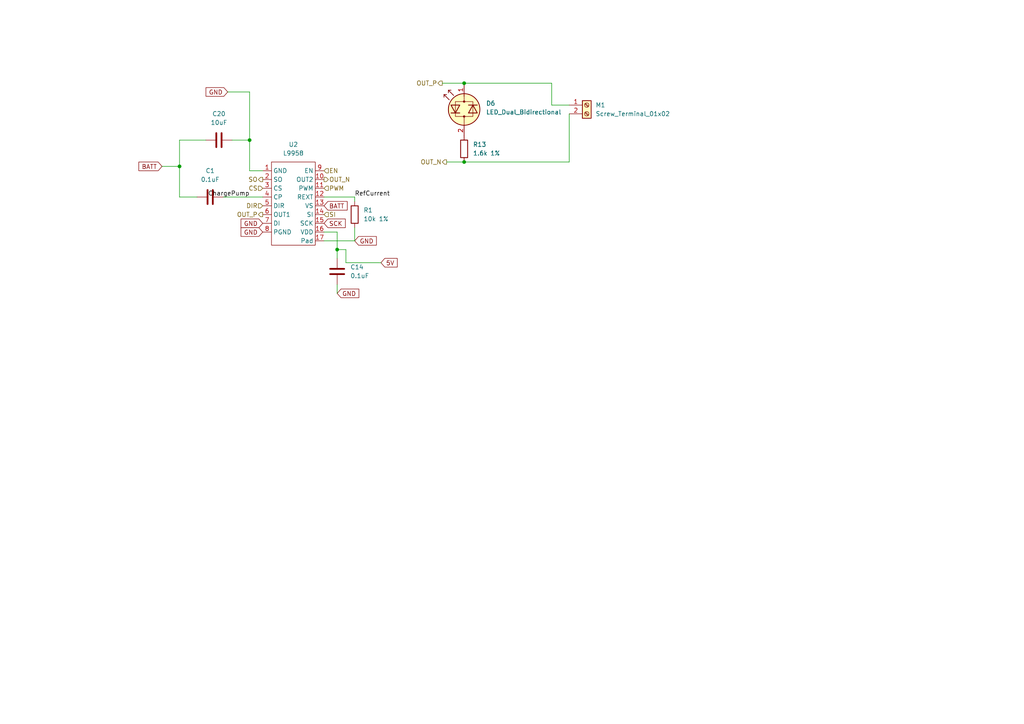
<source format=kicad_sch>
(kicad_sch (version 20211123) (generator eeschema)
  (paper "A4")
  (lib_symbols
    (symbol "Connector:Screw_Terminal_01x02" (pin_names (offset 1.016) hide)
      (property "Reference" "J" (at 0 2.54 0))
      (property "Value" "Screw_Terminal_01x02" (at 0 -5.08 0))
      (symbol "Screw_Terminal_01x02_1_1"
        (rectangle (start -1.27 1.27) (end 1.27 -3.81) (stroke (width 0.254)) (fill (type background)))
        (circle (center 0 -2.54) (radius 0.635) (stroke (width 0.1524)))
        (polyline (pts (xy -0.5334 -2.2098) (xy 0.3302 -3.048)) (stroke (width 0.1524)))
        (polyline (pts (xy -0.5334 0.3302) (xy 0.3302 -0.508)) (stroke (width 0.1524)))
        (polyline (pts (xy -0.3556 -2.032) (xy 0.508 -2.8702)) (stroke (width 0.1524)))
        (polyline (pts (xy -0.3556 0.508) (xy 0.508 -0.3302)) (stroke (width 0.1524)))
        (circle (center 0 0) (radius 0.635) (stroke (width 0.1524)))
        (pin passive line (at -5.08 0 0) (length 3.81) (name "Pin_1") (number "1"))
        (pin passive line (at -5.08 -2.54 0) (length 3.81) (name "Pin_2") (number "2"))
      )
    )
    (symbol "D2:L9958"
      (property "Reference" "U" (at 1.27 7.62 0))
      (property "Value" "L9958" (at 2.54 -19.05 0))
      (symbol "L9958_0_1"
        (rectangle (start -3.81 6.35) (end 8.89 -17.78))
      )
      (symbol "L9958_1_1"
        (pin power_in line (at -6.35 3.81 0) (length 2.54) (name "GND") (number "1"))
        (pin power_out line (at 11.43 1.27 180) (length 2.54) (name "OUT2") (number "10"))
        (pin input line (at 11.43 -1.27 180) (length 2.54) (name "PWM") (number "11"))
        (pin input line (at 11.43 -3.81 180) (length 2.54) (name "REXT") (number "12"))
        (pin input line (at 11.43 -6.35 180) (length 2.54) (name "VS") (number "13"))
        (pin input line (at 11.43 -8.89 180) (length 2.54) (name "SI") (number "14"))
        (pin input line (at 11.43 -11.43 180) (length 2.54) (name "SCK") (number "15"))
        (pin input line (at 11.43 -13.97 180) (length 2.54) (name "VDD") (number "16"))
        (pin power_in line (at 11.43 -16.51 180) (length 2.54) (name "Pad") (number "17"))
        (pin output line (at -6.35 1.27 0) (length 2.54) (name "SO") (number "2"))
        (pin input line (at -6.35 -1.27 0) (length 2.54) (name "CS") (number "3"))
        (pin output line (at -6.35 -3.81 0) (length 2.54) (name "CP") (number "4"))
        (pin output line (at -6.35 -6.35 0) (length 2.54) (name "DIR") (number "5"))
        (pin power_out line (at -6.35 -8.89 0) (length 2.54) (name "OUT1") (number "6"))
        (pin input line (at -6.35 -11.43 0) (length 2.54) (name "DI") (number "7"))
        (pin power_in line (at -6.35 -13.97 0) (length 2.54) (name "PGND") (number "8"))
        (pin input line (at 11.43 3.81 180) (length 2.54) (name "EN") (number "9"))
      )
    )
    (symbol "Device:C" (pin_numbers hide) (pin_names (offset 0.254))
      (property "Reference" "C" (at 0.635 2.54 0))
      (property "Value" "C" (at 0.635 -2.54 0))
      (symbol "C_0_1"
        (polyline (pts (xy -2.032 -0.762) (xy 2.032 -0.762)) (stroke (width 0.508)))
        (polyline (pts (xy -2.032 0.762) (xy 2.032 0.762)) (stroke (width 0.508)))
      )
      (symbol "C_1_1"
        (pin passive line (at 0 3.81 270) (length 2.794) (name "~") (number "1"))
        (pin passive line (at 0 -3.81 90) (length 2.794) (name "~") (number "2"))
      )
    )
    (symbol "Device:LED_Dual_Bidirectional" (pin_names (offset 0) hide)
      (property "Reference" "D" (at 0 5.715 0))
      (property "Value" "LED_Dual_Bidirectional" (at 0 -6.35 0))
      (symbol "LED_Dual_Bidirectional_0_1"
        (circle (center -2.032 0) (radius 0.254) (fill (type outline)))
        (polyline (pts (xy -4.572 0) (xy -2.54 0)))
        (polyline (pts (xy -2.032 0) (xy -2.54 0)))
        (polyline (pts (xy -1.016 3.81) (xy -1.016 1.27)) (stroke (width 0.254)))
        (polyline (pts (xy 1.27 -1.27) (xy 1.27 -3.81)) (stroke (width 0.254)))
        (polyline (pts (xy 4.064 0) (xy 2.286 0)) (fill (type outline)))
        (polyline (pts (xy 4.318 5.842) (xy 4.318 5.08)) (stroke (width 0.2032)))
        (polyline (pts (xy 5.588 4.572) (xy 5.588 3.81)) (stroke (width 0.2032)))
        (polyline (pts (xy 2.794 4.318) (xy 4.318 5.842) (xy 3.556 5.842)) (stroke (width 0.2032)))
        (polyline (pts (xy 4.064 3.048) (xy 5.588 4.572) (xy 4.826 4.572)) (stroke (width 0.2032)))
        (polyline (pts (xy -1.016 -1.27) (xy -1.016 -3.81) (xy 1.27 -2.54) (xy -1.016 -1.27)) (stroke (width 0.254)))
        (polyline (pts (xy 1.27 3.81) (xy 1.27 1.27) (xy -1.016 2.54) (xy 1.27 3.81)) (stroke (width 0.254)))
        (polyline (pts (xy 2.286 2.54) (xy -2.032 2.54) (xy -2.032 -2.54) (xy 2.286 -2.54) (xy 2.286 2.54)))
        (circle (center 0 0) (radius 4.572) (stroke (width 0.254)) (fill (type background)))
        (circle (center 2.286 0) (radius 0.254) (fill (type outline)))
      )
      (symbol "LED_Dual_Bidirectional_1_1"
        (pin input line (at 7.62 0 180) (length 3.81) (name "KA") (number "1"))
        (pin input line (at -7.62 0 0) (length 3.048) (name "AK") (number "2"))
      )
    )
    (symbol "Device:R" (pin_numbers hide) (pin_names (offset 0))
      (property "Reference" "R" (at 2.032 0 90))
      (property "Value" "R" (at 0 0 90))
      (symbol "R_0_1"
        (rectangle (start -1.016 -2.54) (end 1.016 2.54) (stroke (width 0.254)))
      )
      (symbol "R_1_1"
        (pin passive line (at 0 3.81 270) (length 1.27) (name "~") (number "1"))
        (pin passive line (at 0 -3.81 90) (length 1.27) (name "~") (number "2"))
      )
    )
  )
  (junction (at 97.79 72.39))
  (junction (at 134.62 46.99))
  (junction (at 72.39 40.64))
  (junction (at 52.07 48.26))
  (junction (at 134.62 24.13))
  (wire (pts (xy 160.02 24.13) (xy 134.62 24.13)))
  (wire (pts (xy 102.87 66.04) (xy 102.87 69.85)))
  (wire (pts (xy 93.98 57.15) (xy 102.87 57.15)))
  (wire (pts (xy 97.79 82.55) (xy 97.79 85.09)))
  (wire (pts (xy 64.77 57.15) (xy 76.2 57.15)))
  (wire (pts (xy 52.07 57.15) (xy 52.07 48.26)))
  (wire (pts (xy 97.79 72.39) (xy 97.79 74.93)))
  (wire (pts (xy 128.27 24.13) (xy 134.62 24.13)))
  (wire (pts (xy 57.15 57.15) (xy 52.07 57.15)))
  (wire (pts (xy 97.79 67.31) (xy 97.79 72.39)))
  (wire (pts (xy 72.39 40.64) (xy 72.39 49.53)))
  (wire (pts (xy 102.87 69.85) (xy 93.98 69.85)))
  (wire (pts (xy 52.07 48.26) (xy 52.07 40.64)))
  (wire (pts (xy 129.54 46.99) (xy 134.62 46.99)))
  (wire (pts (xy 93.98 67.31) (xy 97.79 67.31)))
  (wire (pts (xy 100.33 72.39) (xy 97.79 72.39)))
  (wire (pts (xy 102.87 57.15) (xy 102.87 58.42)))
  (wire (pts (xy 72.39 26.67) (xy 72.39 40.64)))
  (wire (pts (xy 165.1 30.48) (xy 160.02 30.48)))
  (wire (pts (xy 46.99 48.26) (xy 52.07 48.26)))
  (wire (pts (xy 100.33 76.2) (xy 100.33 72.39)))
  (wire (pts (xy 165.1 33.02) (xy 165.1 46.99)))
  (wire (pts (xy 110.49 76.2) (xy 100.33 76.2)))
  (wire (pts (xy 134.62 46.99) (xy 165.1 46.99)))
  (wire (pts (xy 66.04 26.67) (xy 72.39 26.67)))
  (wire (pts (xy 72.39 49.53) (xy 76.2 49.53)))
  (wire (pts (xy 67.31 40.64) (xy 72.39 40.64)))
  (wire (pts (xy 160.02 30.48) (xy 160.02 24.13)))
  (wire (pts (xy 52.07 40.64) (xy 59.69 40.64)))
  (label "RefCurrent" (at 102.87 57.15 0))
  (label "ChargePump" (at 72.39 57.15 180))
  (global_label "GND" (shape input) (at 102.87 69.85 0) (property "Intersheet References" "${INTERSHEET_REFS}" (effects hide)))
  (global_label "GND" (shape input) (at 97.79 85.09 0) (property "Intersheet References" "${INTERSHEET_REFS}" (effects hide)))
  (global_label "GND" (shape input) (at 76.2 64.77 180) (property "Intersheet References" "${INTERSHEET_REFS}" (effects hide)))
  (global_label "SCK" (shape input) (at 93.98 64.77 0) (property "Intersheet References" "${INTERSHEET_REFS}" (effects hide)))
  (global_label "BATT" (shape input) (at 46.99 48.26 180) (property "Intersheet References" "${INTERSHEET_REFS}" (effects hide)))
  (global_label "5V" (shape input) (at 110.49 76.2 0) (property "Intersheet References" "${INTERSHEET_REFS}" (effects hide)))
  (global_label "GND" (shape input) (at 76.2 67.31 180) (property "Intersheet References" "${INTERSHEET_REFS}" (effects hide)))
  (global_label "GND" (shape input) (at 66.04 26.67 180) (property "Intersheet References" "${INTERSHEET_REFS}" (effects hide)))
  (global_label "BATT" (shape input) (at 93.98 59.69 0) (property "Intersheet References" "${INTERSHEET_REFS}" (effects hide)))
  (hierarchical_label "OUT_N" (shape output) (at 129.54 46.99 180))
  (hierarchical_label "OUT_P" (shape output) (at 76.2 62.23 180))
  (hierarchical_label "DIR" (shape input) (at 76.2 59.69 180))
  (hierarchical_label "CS" (shape input) (at 76.2 54.61 180))
  (hierarchical_label "PWM" (shape input) (at 93.98 54.61 0))
  (hierarchical_label "EN" (shape input) (at 93.98 49.53 0))
  (hierarchical_label "SI" (shape input) (at 93.98 62.23 0))
  (hierarchical_label "OUT_P" (shape output) (at 128.27 24.13 180))
  (hierarchical_label "OUT_N" (shape output) (at 93.98 52.07 0))
  (hierarchical_label "SO" (shape output) (at 76.2 52.07 180))
  (symbol (lib_id "Device:LED_Dual_Bidirectional") (at 134.62 31.75 90) (unit 1)
    (property "Reference" "D6" (at 140.97 29.9846 90) (effects (justify right)))
    (property "Value" "LED_Dual_Bidirectional" (at 140.97 32.5246 90) (effects (justify right)))
    (property "Footprint" "LED_SMD:LED_1206_3216Metric_Pad1.42x1.75mm_HandSolder" (effects hide))
  )
  (symbol (lib_id "Device:C") (at 60.96 57.15 270) (unit 1)
    (property "Reference" "C1" (at 60.96 49.53 90))
    (property "Value" "0.1uF" (at 60.96 52.07 90))
    (property "Footprint" "Capacitor_SMD:C_0603_1608Metric" (effects hide))
  )
  (symbol (lib_id "Device:C") (at 63.5 40.64 270) (unit 1)
    (property "Reference" "C20" (at 63.5 33.02 90))
    (property "Value" "10uF" (at 63.5 35.56 90))
    (property "Footprint" "Capacitor_SMD:C_1206_3216Metric_Pad1.33x1.80mm_HandSolder" (effects hide))
  )
  (symbol (lib_id "Connector:Screw_Terminal_01x02") (at 170.18 30.48 0) (unit 1)
    (property "Reference" "M1" (at 172.72 30.4799 0) (effects (justify left)))
    (property "Value" "Screw_Terminal_01x02" (at 172.72 33.0199 0) (effects (justify left)))
    (property "Footprint" "Connector_AMASS:AMASS_XT30U-F_1x02_P5.0mm_Vertical" (effects hide))
  )
  (symbol (lib_id "D2:L9958") (at 82.55 53.34 0) (unit 1)
    (property "Reference" "U2" (at 85.09 41.91 0))
    (property "Value" "L9958" (at 85.09 44.45 0))
    (property "Footprint" "PowerSO-16:IC_VND5T016ASPTR-E_wider_pads_scooted_0.05" (effects hide))
  )
  (symbol (lib_id "Device:C") (at 97.79 78.74 0) (unit 1)
    (property "Reference" "C14" (at 101.6 77.4699 0) (effects (justify left)))
    (property "Value" "0.1uF" (at 101.6 80.0099 0) (effects (justify left)))
    (property "Footprint" "Capacitor_SMD:C_0603_1608Metric" (effects hide))
  )
  (symbol (lib_id "Device:R") (at 102.87 62.23 0) (unit 1)
    (property "Reference" "R1" (at 105.41 60.9599 0) (effects (justify left)))
    (property "Value" "10k 1%" (at 105.41 63.5 0) (effects (justify left)))
    (property "Footprint" "Resistor_SMD:R_0603_1608Metric" (effects hide))
  )
  (symbol (lib_id "Device:R") (at 134.62 43.18 0) (unit 1)
    (property "Reference" "R13" (at 137.16 41.9099 0) (effects (justify left)))
    (property "Value" "1.6k 1%" (at 137.16 44.45 0) (effects (justify left)))
    (property "Footprint" "Resistor_SMD:R_0603_1608Metric" (effects hide))
  )
)
</source>
